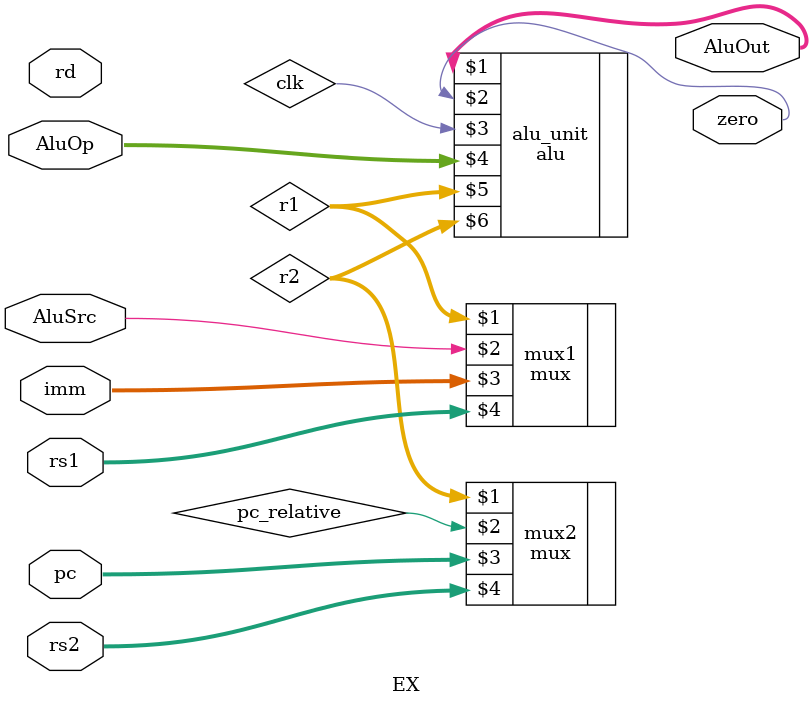
<source format=sv>
module EX (
    output logic [31:0] AluOut,
    output bit zero,
    input logic [31:0] pc, rs1, rs2, imm,
    input logic [4:0] rd,
    input logic [1:0] AluOp,
    input bit AluSrc
);
    logic pc_relative;
    logic [31:0] r1, r2;
    mux mux1(r1, AluSrc, imm, rs1);
    mux mux2(r2, pc_relative, pc, rs2);
    alu #(32) alu_unit(AluOut, zero, clk, AluOp, r1, r2);
endmodule

</source>
